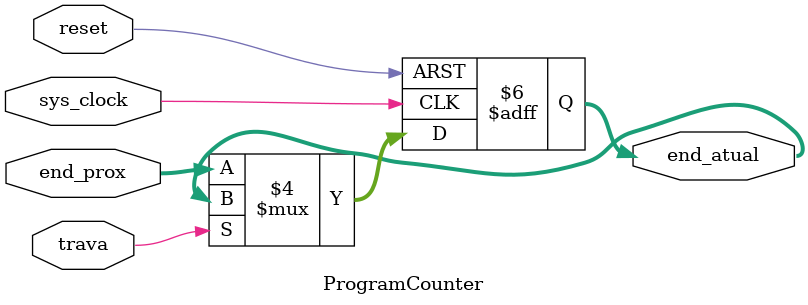
<source format=v>
module ProgramCounter(input reset, input sys_clock, input [15:0] end_prox, output reg [15:0] end_atual, input trava);

always @(posedge sys_clock or posedge reset) begin
	if(reset)
	begin
		end_atual=0;
	end
	else if (!trava)
	begin
		end_atual=end_prox;
	end
end	

endmodule
</source>
